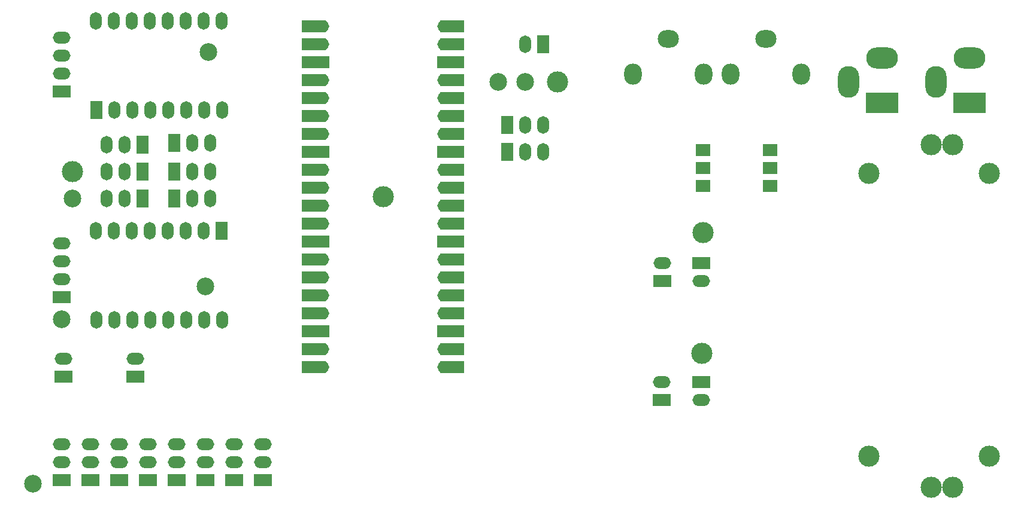
<source format=gbr>
%TF.GenerationSoftware,KiCad,Pcbnew,8.0.4*%
%TF.CreationDate,2024-10-17T10:00:51+02:00*%
%TF.ProjectId,drvPcb,64727650-6362-42e6-9b69-6361645f7063,rev?*%
%TF.SameCoordinates,PX273de60PY7d07530*%
%TF.FileFunction,Copper,L1,Top*%
%TF.FilePolarity,Positive*%
%FSLAX46Y46*%
G04 Gerber Fmt 4.6, Leading zero omitted, Abs format (unit mm)*
G04 Created by KiCad (PCBNEW 8.0.4) date 2024-10-17 10:00:51*
%MOMM*%
%LPD*%
G01*
G04 APERTURE LIST*
%TA.AperFunction,ComponentPad*%
%ADD10R,4.600000X3.000000*%
%TD*%
%TA.AperFunction,ComponentPad*%
%ADD11O,4.500000X3.000000*%
%TD*%
%TA.AperFunction,ComponentPad*%
%ADD12O,3.000000X4.500000*%
%TD*%
%TA.AperFunction,ComponentPad*%
%ADD13O,2.500000X3.000000*%
%TD*%
%TA.AperFunction,ComponentPad*%
%ADD14O,3.000000X2.500000*%
%TD*%
%TA.AperFunction,ComponentPad*%
%ADD15R,2.500000X1.700000*%
%TD*%
%TA.AperFunction,ComponentPad*%
%ADD16O,2.500000X1.700000*%
%TD*%
%TA.AperFunction,ComponentPad*%
%ADD17C,3.000000*%
%TD*%
%TA.AperFunction,ComponentPad*%
%ADD18R,1.700000X2.500000*%
%TD*%
%TA.AperFunction,ComponentPad*%
%ADD19O,1.700000X2.500000*%
%TD*%
%TA.AperFunction,ComponentPad*%
%ADD20R,2.000000X1.780000*%
%TD*%
%TA.AperFunction,SMDPad,CuDef*%
%ADD21R,3.500000X1.700000*%
%TD*%
%TA.AperFunction,ViaPad*%
%ADD22C,3.000000*%
%TD*%
%TA.AperFunction,ViaPad*%
%ADD23C,2.500000*%
%TD*%
G04 APERTURE END LIST*
D10*
%TO.P,J2,1*%
%TO.N,+24V*%
X126212000Y61362000D03*
D11*
%TO.P,J2,2*%
%TO.N,GND*%
X126212000Y67662000D03*
D12*
%TO.P,J2,3*%
%TO.N,N/C*%
X121412000Y64262000D03*
%TD*%
D10*
%TO.P,J1,1*%
%TO.N,+24V*%
X138562000Y61362000D03*
D11*
%TO.P,J1,2*%
%TO.N,GND*%
X138562000Y67662000D03*
D12*
%TO.P,J1,3*%
%TO.N,N/C*%
X133762000Y64262000D03*
%TD*%
D13*
%TO.P,J21,R*%
%TO.N,Net-(J21-PadR)*%
X114775000Y65398000D03*
D14*
%TO.P,J21,S*%
%TO.N,Net-(C46-Pad1)*%
X109775000Y70398000D03*
D13*
%TO.P,J21,T*%
%TO.N,Net-(D1-A)*%
X104775000Y65398000D03*
%TD*%
D15*
%TO.P,J3,1,Pin_1*%
%TO.N,/-Servo*%
X38676000Y7912000D03*
D16*
%TO.P,J3,2,Pin_2*%
%TO.N,+5V*%
X38676000Y10452000D03*
%TO.P,J3,3,Pin_3*%
%TO.N,/srv2*%
X38676000Y12992000D03*
%TD*%
D17*
%TO.P,DCDC1,1,in-*%
%TO.N,+24V*%
X141345300Y51332000D03*
%TO.P,DCDC1,2,in+*%
%TO.N,GND*%
X124345300Y51332000D03*
%TO.P,DCDC1,3,out-*%
%TO.N,+5V*%
X141345300Y11332000D03*
%TO.P,DCDC1,4,out+*%
%TO.N,GND*%
X124345300Y11332000D03*
%TD*%
D18*
%TO.P,J12,1,Pin_1*%
%TO.N,Net-(J12-Pin_1)*%
X26107000Y47770000D03*
D19*
%TO.P,J12,2,Pin_2*%
%TO.N,Net-(J12-Pin_2)*%
X28647000Y47770000D03*
%TO.P,J12,3,Pin_3*%
%TO.N,Net-(J12-Pin_3)*%
X31187000Y47770000D03*
%TD*%
D15*
%TO.P,J17,1,Pin_1*%
%TO.N,/-Servo*%
X14292000Y7912000D03*
D16*
%TO.P,J17,2,Pin_2*%
%TO.N,+5V*%
X14292000Y10452000D03*
%TO.P,J17,3,Pin_3*%
%TO.N,/srv7*%
X14292000Y12992000D03*
%TD*%
D18*
%TO.P,J13,1,Pin_1*%
%TO.N,GNDA*%
X73220000Y58204000D03*
D19*
%TO.P,J13,2,Pin_2*%
%TO.N,/ana_Vref*%
X75760000Y58204000D03*
%TO.P,J13,3,Pin_3*%
%TO.N,/ana2*%
X78300000Y58204000D03*
%TD*%
D15*
%TO.P,J11,1,Pin_1*%
%TO.N,/-Servo*%
X30548000Y7912000D03*
D16*
%TO.P,J11,2,Pin_2*%
%TO.N,+5V*%
X30548000Y10452000D03*
%TO.P,J11,3,Pin_3*%
%TO.N,/srv4*%
X30548000Y12992000D03*
%TD*%
D13*
%TO.P,J9,R*%
%TO.N,Net-(J9-PadR)*%
X100955000Y65405000D03*
D14*
%TO.P,J9,S*%
%TO.N,GND*%
X95955000Y70405000D03*
D13*
%TO.P,J9,T*%
%TO.N,Net-(J9-PadT)*%
X90955000Y65405000D03*
%TD*%
D20*
%TO.P,IC8,1*%
%TO.N,Net-(D1-K)*%
X110370000Y49526000D03*
%TO.P,IC8,2*%
%TO.N,Net-(D1-A)*%
X110370000Y52066000D03*
%TO.P,IC8,3*%
%TO.N,unconnected-(IC8-Pad3)*%
X110370000Y54606000D03*
%TO.P,IC8,4*%
%TO.N,unconnected-(IC8-Pad4)*%
X100840000Y54606000D03*
%TO.P,IC8,5*%
%TO.N,/MIDI_IN*%
X100840000Y52066000D03*
%TO.P,IC8,6*%
%TO.N,+3V3*%
X100840000Y49526000D03*
%TD*%
D18*
%TO.P,J19,1,Pin_1*%
%TO.N,GNDA*%
X73220000Y54394000D03*
D19*
%TO.P,J19,2,Pin_2*%
%TO.N,/ana_Vref*%
X75760000Y54394000D03*
%TO.P,J19,3,Pin_3*%
%TO.N,/ana1*%
X78300000Y54394000D03*
%TD*%
D15*
%TO.P,J18,1,Pin_1*%
%TO.N,/-Servo*%
X18356000Y7912000D03*
D16*
%TO.P,J18,2,Pin_2*%
%TO.N,+5V*%
X18356000Y10452000D03*
%TO.P,J18,3,Pin_3*%
%TO.N,/srv8*%
X18356000Y12992000D03*
%TD*%
D18*
%TO.P,J29,1,en*%
%TO.N,/stp2_en*%
X32834000Y43218000D03*
D19*
%TO.P,J29,2,ms1*%
%TO.N,Net-(J12-Pin_3)*%
X30294000Y43218000D03*
%TO.P,J29,3,ms2*%
%TO.N,Net-(J12-Pin_2)*%
X27754000Y43218000D03*
%TO.P,J29,4,sprd*%
%TO.N,Net-(J12-Pin_1)*%
X25214000Y43218000D03*
%TO.P,J29,5,uart*%
%TO.N,unconnected-(J29-uart-Pad5)*%
X22674000Y43218000D03*
%TO.P,J29,6,uart*%
%TO.N,unconnected-(J29-uart-Pad6)*%
X20134000Y43218000D03*
%TO.P,J29,7,step*%
%TO.N,/stp2_stp*%
X17594000Y43218000D03*
%TO.P,J29,8,dir*%
%TO.N,/stp2_dir*%
X15054000Y43218000D03*
%TO.P,J29,9,gnd*%
%TO.N,unconnected-(J29-gnd-Pad9)*%
X32894000Y30578000D03*
%TO.P,J29,10,vio*%
%TO.N,+3.3V*%
X30354000Y30578000D03*
%TO.P,J29,11,m1b*%
%TO.N,Net-(J29-m1b)*%
X27814000Y30578000D03*
%TO.P,J29,12,m1a*%
%TO.N,Net-(J29-m1a)*%
X25274000Y30578000D03*
%TO.P,J29,13,m2a*%
%TO.N,Net-(J29-m2a)*%
X22734000Y30578000D03*
%TO.P,J29,14,m2b*%
%TO.N,Net-(J29-m2b)*%
X20194000Y30578000D03*
%TO.P,J29,15,gnd*%
%TO.N,GND*%
X17654000Y30578000D03*
%TO.P,J29,16,vm*%
%TO.N,+24V*%
X15114000Y30578000D03*
%TD*%
D15*
%TO.P,J15,1,Pin_1*%
%TO.N,/-Servo*%
X26484000Y7912000D03*
D16*
%TO.P,J15,2,Pin_2*%
%TO.N,+5V*%
X26484000Y10452000D03*
%TO.P,J15,3,Pin_3*%
%TO.N,/srv5*%
X26484000Y12992000D03*
%TD*%
D15*
%TO.P,J_mf4,1,Pin_1*%
%TO.N,+5V*%
X100601200Y21755000D03*
D16*
%TO.P,J_mf4,2,Pin_2*%
%TO.N,Net-(D5-A)*%
X100601200Y19215000D03*
%TD*%
D18*
%TO.P,J23,1,Pin_1*%
%TO.N,GND*%
X21658000Y51600000D03*
D19*
%TO.P,J23,2,Pin_2*%
X19118000Y51600000D03*
%TO.P,J23,3,Pin_3*%
X16578000Y51600000D03*
%TD*%
D15*
%TO.P,J_mf3,1,Pin_1*%
%TO.N,+5V*%
X95038600Y19215000D03*
D16*
%TO.P,J_mf3,2,Pin_2*%
%TO.N,Net-(D4-A)*%
X95038600Y21755000D03*
%TD*%
D18*
%TO.P,J25,1,Pin_1*%
%TO.N,+3.3V*%
X21658000Y47790000D03*
D19*
%TO.P,J25,2,Pin_2*%
X19118000Y47790000D03*
%TO.P,J25,3,Pin_3*%
X16578000Y47790000D03*
%TD*%
D15*
%TO.P,J5,1,Pin_1*%
%TO.N,GND*%
X10482000Y22517000D03*
D16*
%TO.P,J5,2,Pin_2*%
%TO.N,/endstp1*%
X10482000Y25057000D03*
%TD*%
D18*
%TO.P,J20,1,Pin_1*%
%TO.N,GND*%
X78300000Y69634000D03*
D19*
%TO.P,J20,2,Pin_2*%
%TO.N,+5V*%
X75760000Y69634000D03*
%TD*%
D18*
%TO.P,J6,1,en*%
%TO.N,/stp1_en*%
X15114000Y60296000D03*
D19*
%TO.P,J6,2,ms1*%
%TO.N,Net-(J22-Pin_3)*%
X17654000Y60296000D03*
%TO.P,J6,3,ms2*%
%TO.N,Net-(J22-Pin_2)*%
X20194000Y60296000D03*
%TO.P,J6,4,sprd*%
%TO.N,Net-(J22-Pin_1)*%
X22734000Y60296000D03*
%TO.P,J6,5,uart*%
%TO.N,unconnected-(J6-uart-Pad5)*%
X25274000Y60296000D03*
%TO.P,J6,6,uart*%
%TO.N,unconnected-(J6-uart-Pad6)*%
X27814000Y60296000D03*
%TO.P,J6,7,step*%
%TO.N,/stp1_stp*%
X30354000Y60296000D03*
%TO.P,J6,8,dir*%
%TO.N,/stp1_dir*%
X32894000Y60296000D03*
%TO.P,J6,9,gnd*%
%TO.N,unconnected-(J6-gnd-Pad9)*%
X15054000Y72936000D03*
%TO.P,J6,10,vio*%
%TO.N,+3.3V*%
X17594000Y72936000D03*
%TO.P,J6,11,m1b*%
%TO.N,Net-(J6-m1b)*%
X20134000Y72936000D03*
%TO.P,J6,12,m1a*%
%TO.N,Net-(J6-m1a)*%
X22674000Y72936000D03*
%TO.P,J6,13,m2a*%
%TO.N,Net-(J6-m2a)*%
X25214000Y72936000D03*
%TO.P,J6,14,m2b*%
%TO.N,Net-(J6-m2b)*%
X27754000Y72936000D03*
%TO.P,J6,15,gnd*%
%TO.N,GND*%
X30294000Y72936000D03*
%TO.P,J6,16,vm*%
%TO.N,+24V*%
X32834000Y72936000D03*
%TD*%
D15*
%TO.P,J4,1,Pin_1*%
%TO.N,/-Servo*%
X34612000Y7912000D03*
D16*
%TO.P,J4,2,Pin_2*%
%TO.N,+5V*%
X34612000Y10452000D03*
%TO.P,J4,3,Pin_3*%
%TO.N,/srv3*%
X34612000Y12992000D03*
%TD*%
D15*
%TO.P,J7,1,Pin_1*%
%TO.N,Net-(J6-m2b)*%
X10228000Y62903000D03*
D16*
%TO.P,J7,2,Pin_2*%
%TO.N,Net-(J6-m2a)*%
X10228000Y65443000D03*
%TO.P,J7,3,Pin_3*%
%TO.N,Net-(J6-m1a)*%
X10228000Y67983000D03*
%TO.P,J7,4,Pin_4*%
%TO.N,Net-(J6-m1b)*%
X10228000Y70523000D03*
%TD*%
D15*
%TO.P,J_mf2,1,Pin_1*%
%TO.N,+24V*%
X100652000Y38646000D03*
D16*
%TO.P,J_mf2,2,Pin_2*%
%TO.N,Net-(D3-A)*%
X100652000Y36106000D03*
%TD*%
D18*
%TO.P,J24,1,Pin_1*%
%TO.N,+3.3V*%
X26107000Y51630000D03*
D19*
%TO.P,J24,2,Pin_2*%
X28647000Y51630000D03*
%TO.P,J24,3,Pin_3*%
X31187000Y51630000D03*
%TD*%
D16*
%TO.P,U1,1,GPIO0*%
%TO.N,/stp1_en*%
X46724000Y72174000D03*
D21*
X45824000Y72174000D03*
D16*
%TO.P,U1,2,GPIO1*%
%TO.N,/stp1_stp*%
X46724000Y69634000D03*
D21*
X45824000Y69634000D03*
D15*
%TO.P,U1,3,GND*%
%TO.N,GND*%
X46724000Y67094000D03*
D21*
X45824000Y67094000D03*
D16*
%TO.P,U1,4,GPIO2*%
%TO.N,/stp1_dir*%
X46724000Y64554000D03*
D21*
X45824000Y64554000D03*
D16*
%TO.P,U1,5,GPIO3*%
%TO.N,/stp2_en*%
X46724000Y62014000D03*
D21*
X45824000Y62014000D03*
D16*
%TO.P,U1,6,GPIO4*%
%TO.N,/stp2_stp*%
X46724000Y59474000D03*
D21*
X45824000Y59474000D03*
D16*
%TO.P,U1,7,GPIO5*%
%TO.N,/stp2_dir*%
X46724000Y56934000D03*
D21*
X45824000Y56934000D03*
D15*
%TO.P,U1,8,GND*%
%TO.N,unconnected-(U1-GND-Pad8)*%
X46724000Y54394000D03*
D21*
X45824000Y54394000D03*
D16*
%TO.P,U1,9,GPIO6*%
%TO.N,/endstp1*%
X46724000Y51854000D03*
D21*
X45824000Y51854000D03*
D16*
%TO.P,U1,10,GPIO7*%
%TO.N,/endstp2*%
X46724000Y49314000D03*
D21*
X45824000Y49314000D03*
D16*
%TO.P,U1,11,GPIO8*%
%TO.N,/srv1*%
X46724000Y46774000D03*
D21*
X45824000Y46774000D03*
D16*
%TO.P,U1,12,GPIO9*%
%TO.N,/srv2*%
X46724000Y44234000D03*
D21*
X45824000Y44234000D03*
D15*
%TO.P,U1,13,GND*%
%TO.N,unconnected-(U1-GND-Pad13)*%
X46724000Y41694000D03*
D21*
X45824000Y41694000D03*
D16*
%TO.P,U1,14,GPIO10*%
%TO.N,/srv3*%
X46724000Y39154000D03*
D21*
X45824000Y39154000D03*
D16*
%TO.P,U1,15,GPIO11*%
%TO.N,/srv4*%
X46724000Y36614000D03*
D21*
X45824000Y36614000D03*
D16*
%TO.P,U1,16,GPIO12*%
%TO.N,/srv5*%
X46724000Y34074000D03*
D21*
X45824000Y34074000D03*
D16*
%TO.P,U1,17,GPIO13*%
%TO.N,/srv6*%
X46724000Y31534000D03*
D21*
X45824000Y31534000D03*
D15*
%TO.P,U1,18,GND*%
%TO.N,GND*%
X46724000Y28994000D03*
D21*
X45824000Y28994000D03*
D16*
%TO.P,U1,19,GPIO14*%
%TO.N,/srv7*%
X46724000Y26454000D03*
D21*
X45824000Y26454000D03*
D16*
%TO.P,U1,20,GPIO15*%
%TO.N,/srv8*%
X46724000Y23914000D03*
D21*
X45824000Y23914000D03*
D16*
%TO.P,U1,21,GPIO16*%
%TO.N,/MIDI_OUT*%
X64504000Y23914000D03*
D21*
X65404000Y23914000D03*
D16*
%TO.P,U1,22,GPIO17*%
%TO.N,/MIDI_IN*%
X64504000Y26454000D03*
D21*
X65404000Y26454000D03*
D15*
%TO.P,U1,23,GND*%
%TO.N,GND*%
X64504000Y28994000D03*
D21*
X65404000Y28994000D03*
D16*
%TO.P,U1,24,GPIO18*%
%TO.N,/mos5_gate*%
X64504000Y31534000D03*
D21*
X65404000Y31534000D03*
D16*
%TO.P,U1,25,GPIO19*%
%TO.N,/mos4_gate*%
X64504000Y34074000D03*
D21*
X65404000Y34074000D03*
D16*
%TO.P,U1,26,GPIO20*%
%TO.N,/mos3_gate*%
X64504000Y36614000D03*
D21*
X65404000Y36614000D03*
D16*
%TO.P,U1,27,GPIO21*%
%TO.N,/mos2_gate*%
X64504000Y39154000D03*
D21*
X65404000Y39154000D03*
D15*
%TO.P,U1,28,GND*%
%TO.N,GND*%
X64504000Y41694000D03*
D21*
X65404000Y41694000D03*
D16*
%TO.P,U1,29,GPIO22*%
%TO.N,/mos1_gate*%
X64504000Y44234000D03*
D21*
X65404000Y44234000D03*
D16*
%TO.P,U1,30,RUN*%
%TO.N,unconnected-(U1-RUN-Pad30)*%
X64504000Y46774000D03*
D21*
X65404000Y46774000D03*
D16*
%TO.P,U1,31,GPIO26_ADC0*%
%TO.N,/ana2*%
X64504000Y49314000D03*
D21*
X65404000Y49314000D03*
D16*
%TO.P,U1,32,GPIO27_ADC1*%
%TO.N,/ana1*%
X64504000Y51854000D03*
D21*
X65404000Y51854000D03*
D15*
%TO.P,U1,33,AGND*%
%TO.N,GNDA*%
X64504000Y54394000D03*
D21*
X65404000Y54394000D03*
D16*
%TO.P,U1,34,GPIO28_ADC2*%
%TO.N,unconnected-(U1-GPIO28_ADC2-Pad34)*%
X64504000Y56934000D03*
D21*
X65404000Y56934000D03*
D16*
%TO.P,U1,35,ADC_VREF*%
%TO.N,/ana_Vref*%
X64504000Y59474000D03*
D21*
X65404000Y59474000D03*
D16*
%TO.P,U1,36,3V3*%
%TO.N,+3.3V*%
X64504000Y62014000D03*
D21*
X65404000Y62014000D03*
D16*
%TO.P,U1,37,3V3_EN*%
%TO.N,unconnected-(U1-3V3_EN-Pad37)*%
X64504000Y64554000D03*
D21*
X65404000Y64554000D03*
D15*
%TO.P,U1,38,GND*%
%TO.N,GND*%
X64504000Y67094000D03*
D21*
X65404000Y67094000D03*
D16*
%TO.P,U1,39,VSYS*%
%TO.N,+5V*%
X64504000Y69634000D03*
D21*
X65404000Y69634000D03*
D16*
%TO.P,U1,40,VBUS*%
%TO.N,unconnected-(U1-VBUS-Pad40)*%
X64504000Y72174000D03*
D21*
X65404000Y72174000D03*
%TD*%
D18*
%TO.P,J28,1,Pin_1*%
%TO.N,GND*%
X26107000Y55630000D03*
D19*
%TO.P,J28,2,Pin_2*%
X28647000Y55630000D03*
%TO.P,J28,3,Pin_3*%
X31187000Y55630000D03*
%TD*%
D18*
%TO.P,J22,1,Pin_1*%
%TO.N,Net-(J22-Pin_1)*%
X21658000Y55410000D03*
D19*
%TO.P,J22,2,Pin_2*%
%TO.N,Net-(J22-Pin_2)*%
X19118000Y55410000D03*
%TO.P,J22,3,Pin_3*%
%TO.N,Net-(J22-Pin_3)*%
X16578000Y55410000D03*
%TD*%
D15*
%TO.P,J_mf1,1,Pin_1*%
%TO.N,+24V*%
X95069000Y36101000D03*
D16*
%TO.P,J_mf1,2,Pin_2*%
%TO.N,Net-(D2-A)*%
X95069000Y38641000D03*
%TD*%
D15*
%TO.P,J16,1,Pin_1*%
%TO.N,/-Servo*%
X22420000Y7912000D03*
D16*
%TO.P,J16,2,Pin_2*%
%TO.N,+5V*%
X22420000Y10452000D03*
%TO.P,J16,3,Pin_3*%
%TO.N,/srv6*%
X22420000Y12992000D03*
%TD*%
D15*
%TO.P,J31,1,Pin_1*%
%TO.N,Net-(J29-m2b)*%
X10228000Y33820000D03*
D16*
%TO.P,J31,2,Pin_2*%
%TO.N,Net-(J29-m2a)*%
X10228000Y36360000D03*
%TO.P,J31,3,Pin_3*%
%TO.N,Net-(J29-m1a)*%
X10228000Y38900000D03*
%TO.P,J31,4,Pin_4*%
%TO.N,Net-(J29-m1b)*%
X10228000Y41440000D03*
%TD*%
D15*
%TO.P,J14,1,Pin_1*%
%TO.N,GND*%
X20642000Y22517000D03*
D16*
%TO.P,J14,2,Pin_2*%
%TO.N,/endstp2*%
X20642000Y25057000D03*
%TD*%
D15*
%TO.P,J10,1,Pin_1*%
%TO.N,/-Servo*%
X10228000Y7912000D03*
D16*
%TO.P,J10,2,Pin_2*%
%TO.N,+5V*%
X10228000Y10452000D03*
%TO.P,J10,3,Pin_3*%
%TO.N,/srv1*%
X10228000Y12992000D03*
%TD*%
D22*
%TO.N,+24V*%
X100838000Y42926000D03*
%TO.N,GND*%
X55614000Y48044000D03*
X11752000Y51600000D03*
X80332000Y64300000D03*
D23*
%TO.N,+3.3V*%
X71950000Y64300000D03*
X11752000Y47790000D03*
X30548000Y35344000D03*
%TO.N,+24V*%
X30929000Y68491000D03*
X10228000Y30645000D03*
D22*
X136212000Y55410000D03*
X133164000Y55410000D03*
D23*
%TO.N,+5V*%
X75760000Y64300000D03*
D22*
X133164000Y6896000D03*
D23*
X6164000Y7404000D03*
D22*
X136212000Y6896000D03*
X100711000Y25857200D03*
%TD*%
M02*

</source>
